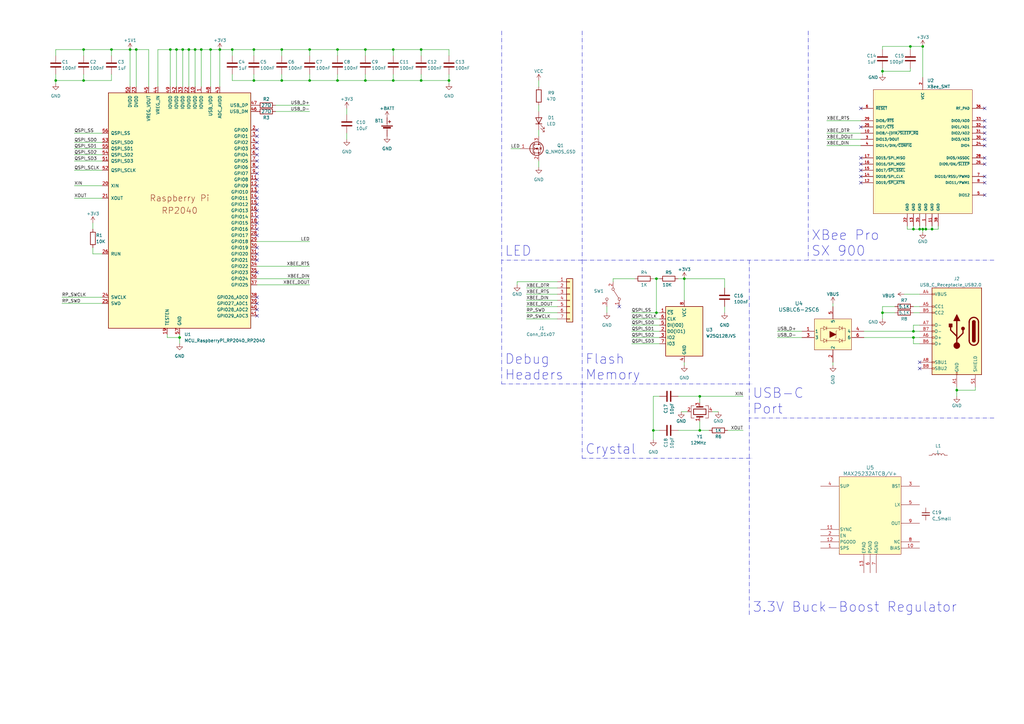
<source format=kicad_sch>
(kicad_sch (version 20230121) (generator eeschema)
  (paper "A3")
  (lib_symbols
    (symbol "BITSv5:MAX25232ATCB_V+" (pin_names (offset 0.254))
      (property "Reference" "U5" (at 20.32 8.89 0))
      (property "Value" "MAX25232ATCB/V+" (at 20.32 6.35 0))
      (symbol "MAX25232ATCB_V+_0_1"
        (pin unspecified line (at 0 -24.13 0) (length 7.62) (name "SPS") (number "1"))
        (pin unspecified line (at 40.64 -24.13 180) (length 7.62) (name "BIAS") (number "10"))
        (pin input line (at 0 -16.51 0) (length 7.62) (name "SYNC") (number "11"))
        (pin output line (at 0 -21.59 0) (length 7.62) (name "PGOOD") (number "12"))
        (pin power_in line (at 17.78 -34.29 90) (length 7.62) (name "EPAD") (number "13"))
        (pin input line (at 0 -19.05 0) (length 7.62) (name "EN") (number "2"))
        (pin unspecified line (at 40.64 1.27 180) (length 7.62) (name "BST") (number "3"))
        (pin input line (at 0 1.27 0) (length 7.62) (name "SUP") (number "4"))
        (pin unspecified line (at 40.64 -6.35 180) (length 7.62) (name "LX") (number "5"))
        (pin power_in line (at 20.32 -34.29 90) (length 7.62) (name "PGND") (number "6"))
        (pin power_in line (at 22.86 -34.29 90) (length 7.62) (name "AGND") (number "7"))
        (pin unspecified line (at 40.64 -21.59 180) (length 7.62) (name "NC") (number "8"))
        (pin output line (at 40.64 -13.97 180) (length 7.62) (name "OUT") (number "9"))
      )
    )
    (symbol "BITSv5:XBP9X-DMUS-001" (pin_names (offset 1.016))
      (property "Reference" "U6" (at 16.51 29.21 0))
      (property "Value" "XBee_SMT" (at 16.51 26.67 0))
      (symbol "XBP9X-DMUS-001_0_0"
        (pin power_in line (at 1.27 -30.48 90) (length 5.08) (name "GND") (number "1"))
        (pin bidirectional line (at -25.4 7.62 0) (length 5.08) (name "DIO8/~{DTR~{/SLEEP_RQ}") (number "10"))
        (pin power_in line (at 3.81 -30.48 90) (length 5.08) (name "GND") (number "11"))
        (pin output line (at -25.4 -12.7 0) (length 5.08) (name "DO19/~{SPI_ATTN}") (number "12"))
        (pin power_in line (at -3.81 -30.48 90) (length 5.08) (name "GND") (number "13"))
        (pin bidirectional line (at -25.4 -10.16 0) (length 5.08) (name "DO18/SPI_CLK") (number "14"))
        (pin bidirectional line (at -25.4 -7.62 0) (length 5.08) (name "DO17/~{SPI_SSEL}") (number "15"))
        (pin bidirectional line (at -25.4 -5.08 0) (length 5.08) (name "DO16/SPI_MOSI") (number "16"))
        (pin output line (at -25.4 -2.54 0) (length 5.08) (name "DO15/SPI_MISO") (number "17"))
        (pin power_in line (at 0 30.48 270) (length 5.08) (name "VCC") (number "2"))
        (pin power_in line (at -6.35 -30.48 90) (length 5.08) (name "GND") (number "22"))
        (pin bidirectional line (at 25.4 2.54 180) (length 5.08) (name "DIO4") (number "24"))
        (pin bidirectional line (at -25.4 10.16 0) (length 5.08) (name "DIO7/~{CTS}") (number "25"))
        (pin bidirectional line (at 25.4 -5.08 180) (length 5.08) (name "DIO9/ON/~{SLEEP}") (number "26"))
        (pin bidirectional line (at 25.4 -2.54 180) (length 5.08) (name "DIO5/ASSOC") (number "28"))
        (pin bidirectional line (at -25.4 12.7 0) (length 5.08) (name "DIO6/~{RTS}") (number "29"))
        (pin bidirectional line (at -25.4 5.08 0) (length 5.08) (name "DIO13/DOUT") (number "3"))
        (pin bidirectional line (at 25.4 5.08 180) (length 5.08) (name "DIO3/AD3") (number "30"))
        (pin bidirectional line (at 25.4 7.62 180) (length 5.08) (name "DIO2/AD2") (number "31"))
        (pin bidirectional line (at 25.4 10.16 180) (length 5.08) (name "DIO1/AD1") (number "32"))
        (pin bidirectional line (at 25.4 12.7 180) (length 5.08) (name "DIO0/AD0") (number "33"))
        (pin power_in line (at -1.27 -30.48 90) (length 5.08) (name "GND") (number "35"))
        (pin bidirectional line (at 25.4 17.78 180) (length 5.08) (name "RF_PAD") (number "36"))
        (pin power_in line (at 6.35 -30.48 90) (length 5.08) (name "GND") (number "38"))
        (pin bidirectional line (at -25.4 2.54 0) (length 5.08) (name "DIO14/DIN/~{CONFIG}") (number "4"))
        (pin bidirectional line (at 25.4 -17.78 180) (length 5.08) (name "DIO12") (number "5"))
        (pin input line (at -25.4 17.78 0) (length 5.08) (name "~{RESET}") (number "6"))
        (pin bidirectional line (at 25.4 -10.16 180) (length 5.08) (name "DIO10/RSSI/PWM0") (number "7"))
        (pin bidirectional line (at 25.4 -12.7 180) (length 5.08) (name "DIO11/PWM1") (number "8"))
      )
    )
    (symbol "Connector:USB_C_Receptacle_USB2.0" (pin_names (offset 1.016))
      (property "Reference" "J" (at -10.16 19.05 0))
      (property "Value" "USB_C_Receptacle_USB2.0" (at 19.05 19.05 0))
      (symbol "USB_C_Receptacle_USB2.0_1_1"
        (pin passive line (at 0 -22.86 90) (length 5.08) (name "GND") (number "A1"))
        (pin passive line (at 0 -22.86 90) (length 5.08) hide (name "GND") (number "A12"))
        (pin passive line (at 15.24 15.24 180) (length 5.08) (name "VBUS") (number "A4"))
        (pin bidirectional line (at 15.24 10.16 180) (length 5.08) (name "CC1") (number "A5"))
        (pin bidirectional line (at 15.24 -2.54 180) (length 5.08) (name "D+") (number "A6"))
        (pin bidirectional line (at 15.24 2.54 180) (length 5.08) (name "D-") (number "A7"))
        (pin bidirectional line (at 15.24 -12.7 180) (length 5.08) (name "SBU1") (number "A8"))
        (pin passive line (at 15.24 15.24 180) (length 5.08) hide (name "VBUS") (number "A9"))
        (pin passive line (at 0 -22.86 90) (length 5.08) hide (name "GND") (number "B1"))
        (pin passive line (at 0 -22.86 90) (length 5.08) hide (name "GND") (number "B12"))
        (pin passive line (at 15.24 15.24 180) (length 5.08) hide (name "VBUS") (number "B4"))
        (pin bidirectional line (at 15.24 7.62 180) (length 5.08) (name "CC2") (number "B5"))
        (pin bidirectional line (at 15.24 -5.08 180) (length 5.08) (name "D+") (number "B6"))
        (pin bidirectional line (at 15.24 0 180) (length 5.08) (name "D-") (number "B7"))
        (pin bidirectional line (at 15.24 -15.24 180) (length 5.08) (name "SBU2") (number "B8"))
        (pin passive line (at 15.24 15.24 180) (length 5.08) hide (name "VBUS") (number "B9"))
        (pin passive line (at -7.62 -22.86 90) (length 5.08) (name "SHIELD") (number "S1"))
      )
    )
    (symbol "Connector_Generic:Conn_01x07" (pin_names (offset 1.016) hide)
      (property "Reference" "J" (at 0 10.16 0))
      (property "Value" "Conn_01x07" (at 0 -10.16 0))
      (symbol "Conn_01x07_1_1"
        (pin passive line (at -5.08 7.62 0) (length 3.81) (name "Pin_1") (number "1"))
        (pin passive line (at -5.08 5.08 0) (length 3.81) (name "Pin_2") (number "2"))
        (pin passive line (at -5.08 2.54 0) (length 3.81) (name "Pin_3") (number "3"))
        (pin passive line (at -5.08 0 0) (length 3.81) (name "Pin_4") (number "4"))
        (pin passive line (at -5.08 -2.54 0) (length 3.81) (name "Pin_5") (number "5"))
        (pin passive line (at -5.08 -5.08 0) (length 3.81) (name "Pin_6") (number "6"))
        (pin passive line (at -5.08 -7.62 0) (length 3.81) (name "Pin_7") (number "7"))
      )
    )
    (symbol "Device:Battery_Cell" (pin_numbers hide) (pin_names (offset 0) hide)
      (property "Reference" "BT" (at 2.54 2.54 0))
      (property "Value" "Battery_Cell" (at 2.54 0 0))
      (symbol "Battery_Cell_1_1"
        (pin passive line (at 0 5.08 270) (length 2.54) (name "+") (number "1"))
        (pin passive line (at 0 -2.54 90) (length 2.54) (name "-") (number "2"))
      )
    )
    (symbol "Device:C" (pin_numbers hide) (pin_names (offset 0.254))
      (property "Reference" "C" (at 0.635 2.54 0))
      (property "Value" "C" (at 0.635 -2.54 0))
      (symbol "C_1_1"
        (pin passive line (at 0 3.81 270) (length 2.794) (name "~") (number "1"))
        (pin passive line (at 0 -3.81 90) (length 2.794) (name "~") (number "2"))
      )
    )
    (symbol "Device:C_Small" (pin_numbers hide) (pin_names (offset 0.254) hide)
      (property "Reference" "C" (at 0.254 1.778 0))
      (property "Value" "C_Small" (at 0.254 -2.032 0))
      (symbol "C_Small_1_1"
        (pin passive line (at 0 2.54 270) (length 2.032) (name "~") (number "1"))
        (pin passive line (at 0 -2.54 90) (length 2.032) (name "~") (number "2"))
      )
    )
    (symbol "Device:Crystal_GND24" (pin_names (offset 1.016) hide)
      (property "Reference" "Y" (at 3.175 5.08 0))
      (property "Value" "Crystal_GND24" (at 3.175 3.175 0))
      (symbol "Crystal_GND24_1_1"
        (pin passive line (at -3.81 0 0) (length 1.27) (name "1") (number "1"))
        (pin passive line (at 0 5.08 270) (length 1.27) (name "2") (number "2"))
        (pin passive line (at 3.81 0 180) (length 1.27) (name "3") (number "3"))
        (pin passive line (at 0 -5.08 90) (length 1.27) (name "4") (number "4"))
      )
    )
    (symbol "Device:L" (pin_numbers hide) (pin_names (offset 1.016) hide)
      (property "Reference" "L" (at -1.27 0 90))
      (property "Value" "L" (at 1.905 0 90))
      (symbol "L_1_1"
        (pin passive line (at 0 3.81 270) (length 1.27) (name "1") (number "1"))
        (pin passive line (at 0 -3.81 90) (length 1.27) (name "2") (number "2"))
      )
    )
    (symbol "Device:LED" (pin_numbers hide) (pin_names (offset 1.016) hide)
      (property "Reference" "D" (at 0 2.54 0))
      (property "Value" "LED" (at 0 -2.54 0))
      (symbol "LED_1_1"
        (pin passive line (at -3.81 0 0) (length 2.54) (name "K") (number "1"))
        (pin passive line (at 3.81 0 180) (length 2.54) (name "A") (number "2"))
      )
    )
    (symbol "Device:Q_NMOS_GSD" (pin_names (offset 0) hide)
      (property "Reference" "Q" (at 5.08 1.27 0))
      (property "Value" "Q_NMOS_GSD" (at 5.08 -1.27 0))
      (symbol "Q_NMOS_GSD_1_1"
        (pin input line (at -5.08 0 0) (length 2.54) (name "G") (number "1"))
        (pin passive line (at 2.54 -5.08 90) (length 2.54) (name "S") (number "2"))
        (pin passive line (at 2.54 5.08 270) (length 2.54) (name "D") (number "3"))
      )
    )
    (symbol "Device:R" (pin_numbers hide) (pin_names (offset 0))
      (property "Reference" "R" (at 2.032 0 90))
      (property "Value" "R" (at 0 0 90))
      (symbol "R_1_1"
        (pin passive line (at 0 3.81 270) (length 1.27) (name "~") (number "1"))
        (pin passive line (at 0 -3.81 90) (length 1.27) (name "~") (number "2"))
      )
    )
    (symbol "Memory_Flash:W25Q128JVS"
      (property "Reference" "U" (at -8.89 8.89 0))
      (property "Value" "W25Q128JVS" (at 7.62 8.89 0))
      (symbol "W25Q128JVS_1_1"
        (pin input line (at -10.16 7.62 0) (length 2.54) (name "~{CS}") (number "1"))
        (pin bidirectional line (at -10.16 0 0) (length 2.54) (name "DO(IO1)") (number "2"))
        (pin bidirectional line (at -10.16 -2.54 0) (length 2.54) (name "IO2") (number "3"))
        (pin power_in line (at 0 -12.7 90) (length 2.54) (name "GND") (number "4"))
        (pin bidirectional line (at -10.16 2.54 0) (length 2.54) (name "DI(IO0)") (number "5"))
        (pin input line (at -10.16 5.08 0) (length 2.54) (name "CLK") (number "6"))
        (pin bidirectional line (at -10.16 -5.08 0) (length 2.54) (name "IO3") (number "7"))
        (pin power_in line (at 0 12.7 270) (length 2.54) (name "VCC") (number "8"))
      )
    )
    (symbol "RP2040_minimal-cache:MCU_RaspberryPi_RP2040_RP2040" (pin_names (offset 1.016))
      (property "Reference" "U1" (at 1.9559 -50.8 0))
      (property "Value" "MCU_RaspberryPi_RP2040_RP2040" (at 1.9559 -53.34 0))
      (symbol "MCU_RaspberryPi_RP2040_RP2040_0_0"
        (text "Raspberry Pi" (at 0 5.08 0) (effects (font (size 2.54 2.54))))
        (text "RP2040" (at 0 0 0) (effects (font (size 2.54 2.54))))
      )
      (symbol "MCU_RaspberryPi_RP2040_RP2040_1_1"
        (pin power_in line (at 8.89 50.8 270) (length 2.54) (name "IOVDD") (number "1"))
        (pin power_in line (at 6.35 50.8 270) (length 2.54) (name "IOVDD") (number "10"))
        (pin bidirectional line (at 31.75 12.7 180) (length 2.54) (name "GPIO8") (number "11"))
        (pin bidirectional line (at 31.75 10.16 180) (length 2.54) (name "GPIO9") (number "12"))
        (pin bidirectional line (at 31.75 7.62 180) (length 2.54) (name "GPIO10") (number "13"))
        (pin bidirectional line (at 31.75 5.08 180) (length 2.54) (name "GPIO11") (number "14"))
        (pin bidirectional line (at 31.75 2.54 180) (length 2.54) (name "GPIO12") (number "15"))
        (pin bidirectional line (at 31.75 0 180) (length 2.54) (name "GPIO13") (number "16"))
        (pin bidirectional line (at 31.75 -2.54 180) (length 2.54) (name "GPIO14") (number "17"))
        (pin bidirectional line (at 31.75 -5.08 180) (length 2.54) (name "GPIO15") (number "18"))
        (pin passive line (at -5.08 -50.8 90) (length 2.54) (name "TESTEN") (number "19"))
        (pin bidirectional line (at 31.75 33.02 180) (length 2.54) (name "GPIO0") (number "2"))
        (pin input line (at -31.75 10.16 0) (length 2.54) (name "XIN") (number "20"))
        (pin passive line (at -31.75 5.08 0) (length 2.54) (name "XOUT") (number "21"))
        (pin power_in line (at 3.81 50.8 270) (length 2.54) (name "IOVDD") (number "22"))
        (pin power_in line (at -17.78 50.8 270) (length 2.54) (name "DVDD") (number "23"))
        (pin output line (at -31.75 -35.56 0) (length 2.54) (name "SWCLK") (number "24"))
        (pin bidirectional line (at -31.75 -38.1 0) (length 2.54) (name "SWD") (number "25"))
        (pin input line (at -31.75 -17.78 0) (length 2.54) (name "RUN") (number "26"))
        (pin bidirectional line (at 31.75 -7.62 180) (length 2.54) (name "GPIO16") (number "27"))
        (pin bidirectional line (at 31.75 -10.16 180) (length 2.54) (name "GPIO17") (number "28"))
        (pin bidirectional line (at 31.75 -12.7 180) (length 2.54) (name "GPIO18") (number "29"))
        (pin bidirectional line (at 31.75 30.48 180) (length 2.54) (name "GPIO1") (number "3"))
        (pin bidirectional line (at 31.75 -15.24 180) (length 2.54) (name "GPIO19") (number "30"))
        (pin bidirectional line (at 31.75 -17.78 180) (length 2.54) (name "GPIO20") (number "31"))
        (pin bidirectional line (at 31.75 -20.32 180) (length 2.54) (name "GPIO21") (number "32"))
        (pin power_in line (at 1.27 50.8 270) (length 2.54) (name "IOVDD") (number "33"))
        (pin bidirectional line (at 31.75 -22.86 180) (length 2.54) (name "GPIO22") (number "34"))
        (pin bidirectional line (at 31.75 -25.4 180) (length 2.54) (name "GPIO23") (number "35"))
        (pin bidirectional line (at 31.75 -27.94 180) (length 2.54) (name "GPIO24") (number "36"))
        (pin bidirectional line (at 31.75 -30.48 180) (length 2.54) (name "GPIO25") (number "37"))
        (pin bidirectional line (at 31.75 -35.56 180) (length 2.54) (name "GPIO26_ADC0") (number "38"))
        (pin bidirectional line (at 31.75 -38.1 180) (length 2.54) (name "GPIO27_ADC1") (number "39"))
        (pin bidirectional line (at 31.75 27.94 180) (length 2.54) (name "GPIO2") (number "4"))
        (pin bidirectional line (at 31.75 -40.64 180) (length 2.54) (name "GPIO28_ADC2") (number "40"))
        (pin bidirectional line (at 31.75 -43.18 180) (length 2.54) (name "GPIO29_ADC3") (number "41"))
        (pin power_in line (at -1.27 50.8 270) (length 2.54) (name "IOVDD") (number "42"))
        (pin power_in line (at 16.51 50.8 270) (length 2.54) (name "ADC_AVDD") (number "43"))
        (pin power_in line (at -8.89 50.8 270) (length 2.54) (name "VREG_IN") (number "44"))
        (pin power_out line (at -12.7 50.8 270) (length 2.54) (name "VREG_VOUT") (number "45"))
        (pin bidirectional line (at 31.75 40.64 180) (length 2.54) (name "USB_DM") (number "46"))
        (pin bidirectional line (at 31.75 43.18 180) (length 2.54) (name "USB_DP") (number "47"))
        (pin power_in line (at 12.7 50.8 270) (length 2.54) (name "USB_VDD") (number "48"))
        (pin power_in line (at -3.81 50.8 270) (length 2.54) (name "IOVDD") (number "49"))
        (pin bidirectional line (at 31.75 25.4 180) (length 2.54) (name "GPIO3") (number "5"))
        (pin power_in line (at -20.32 50.8 270) (length 2.54) (name "DVDD") (number "50"))
        (pin bidirectional line (at -31.75 20.32 0) (length 2.54) (name "QSPI_SD3") (number "51"))
        (pin output line (at -31.75 16.51 0) (length 2.54) (name "QSPI_SCLK") (number "52"))
        (pin bidirectional line (at -31.75 27.94 0) (length 2.54) (name "QSPI_SD0") (number "53"))
        (pin bidirectional line (at -31.75 22.86 0) (length 2.54) (name "QSPI_SD2") (number "54"))
        (pin bidirectional line (at -31.75 25.4 0) (length 2.54) (name "QSPI_SD1") (number "55"))
        (pin bidirectional line (at -31.75 31.75 0) (length 2.54) (name "QSPI_SS") (number "56"))
        (pin power_in line (at 0 -50.8 90) (length 2.54) (name "GND") (number "57"))
        (pin bidirectional line (at 31.75 22.86 180) (length 2.54) (name "GPIO4") (number "6"))
        (pin bidirectional line (at 31.75 20.32 180) (length 2.54) (name "GPIO5") (number "7"))
        (pin bidirectional line (at 31.75 17.78 180) (length 2.54) (name "GPIO6") (number "8"))
        (pin bidirectional line (at 31.75 15.24 180) (length 2.54) (name "GPIO7") (number "9"))
      )
    )
    (symbol "Switch:SW_SPDT" (pin_names (offset 0) hide)
      (property "Reference" "SW" (at 0 4.318 0))
      (property "Value" "SW_SPDT" (at 0 -5.08 0))
      (symbol "SW_SPDT_1_1"
        (pin passive line (at 5.08 2.54 180) (length 2.54) (name "A") (number "1"))
        (pin passive line (at -5.08 0 0) (length 2.54) (name "B") (number "2"))
        (pin passive line (at 5.08 -2.54 180) (length 2.54) (name "C") (number "3"))
      )
    )
    (symbol "USBLC6-2SC6:USBLC6-2SC6" (pin_names (offset 0.254))
      (property "Reference" "U10" (at 3.81 7.62 0))
      (property "Value" "USBLC6-2SC6" (at 3.81 5.08 0))
      (symbol "USBLC6-2SC6_1_1"
        (pin unspecified line (at 5.08 -3.81 0) (length 5.08) (name "1") (number "1"))
        (pin unspecified line (at 17.78 -16.51 90) (length 5.08) (name "2") (number "2"))
        (pin unspecified line (at 5.08 -6.35 0) (length 5.08) (name "3") (number "3"))
        (pin unspecified line (at 30.48 -3.81 180) (length 5.08) (name "4") (number "4"))
        (pin unspecified line (at 17.78 6.35 270) (length 5.08) (name "5") (number "5"))
        (pin unspecified line (at 30.48 -6.35 180) (length 5.08) (name "6") (number "6"))
      )
    )
    (symbol "power:+1V1" (power) (pin_names (offset 0))
      (property "Value" "+1V1" (at 0 3.556 0))
      (symbol "+1V1_1_1"
        (pin power_in line (at 0 0 90) (length 0) hide (name "+1V1") (number "1"))
      )
    )
    (symbol "power:+3V3" (power) (pin_names (offset 0))
      (property "Value" "+3V3" (at 0 3.556 0))
      (symbol "+3V3_1_1"
        (pin power_in line (at 0 0 90) (length 0) hide (name "+3V3") (number "1"))
      )
    )
    (symbol "power:+BATT" (power) (pin_names (offset 0))
      (property "Value" "+BATT" (at 0 3.556 0))
      (symbol "+BATT_1_1"
        (pin power_in line (at 0 0 90) (length 0) hide (name "+BATT") (number "1"))
      )
    )
    (symbol "power:GND" (power) (pin_names (offset 0))
      (property "Value" "GND" (at 0 -3.81 0))
      (symbol "GND_1_1"
        (pin power_in line (at 0 0 270) (length 0) hide (name "GND") (number "1"))
      )
    )
    (symbol "power:VBUS" (power) (pin_names (offset 0))
      (property "Value" "VBUS" (at 0 3.81 0))
      (symbol "VBUS_1_1"
        (pin power_in line (at 0 0 90) (length 0) hide (name "VBUS") (number "1"))
      )
    )
    (symbol "power:VCC" (power) (pin_names (offset 0))
      (property "Value" "VCC" (at 0 3.81 0))
      (symbol "VCC_1_1"
        (pin power_in line (at 0 0 90) (length 0) hide (name "VCC") (number "1"))
      )
    )
  )
  (junction (at 379.73 93.98))
  (junction (at 184.15 33.02))
  (junction (at 280.67 114.3))
  (junction (at 55.88 20.32))
  (junction (at 373.38 19.05))
  (junction (at 374.65 135.89))
  (junction (at 45.72 20.32))
  (junction (at 374.65 93.98))
  (junction (at 138.43 33.02))
  (junction (at 149.86 20.32))
  (junction (at 161.29 33.02))
  (junction (at 127 33.02))
  (junction (at 72.39 20.32))
  (junction (at 90.17 20.32))
  (junction (at 287.02 176.53))
  (junction (at 127 20.32))
  (junction (at 378.46 19.05))
  (junction (at 172.72 20.32))
  (junction (at 392.43 160.02))
  (junction (at 104.14 20.32))
  (junction (at 361.95 29.21))
  (junction (at 104.14 33.02))
  (junction (at 172.72 33.02))
  (junction (at 74.93 20.32))
  (junction (at 95.25 20.32))
  (junction (at 69.85 20.32))
  (junction (at 287.02 162.56))
  (junction (at 361.95 128.27))
  (junction (at 138.43 20.32))
  (junction (at 269.24 128.27))
  (junction (at 115.57 20.32))
  (junction (at 80.01 20.32))
  (junction (at 22.86 33.02))
  (junction (at 161.29 20.32))
  (junction (at 34.29 33.02))
  (junction (at 82.55 20.32))
  (junction (at 77.47 20.32))
  (junction (at 34.29 20.32))
  (junction (at 378.46 93.98))
  (junction (at 267.97 176.53))
  (junction (at 382.27 93.98))
  (junction (at 374.65 138.43))
  (junction (at 149.86 33.02))
  (junction (at 115.57 33.02))
  (junction (at 86.36 20.32))
  (junction (at 53.34 20.32))
  (junction (at 377.19 93.98))
  (junction (at 269.24 114.3))
  (junction (at 73.66 138.43))
  (no_connect (at 105.41 124.46))
  (no_connect (at 377.19 148.59))
  (no_connect (at 254 125.73))
  (no_connect (at 105.41 127))
  (no_connect (at 105.41 101.6))
  (no_connect (at 105.41 104.14))
  (no_connect (at 353.06 69.85))
  (no_connect (at 403.86 52.07))
  (no_connect (at 105.41 73.66))
  (no_connect (at 105.41 121.92))
  (no_connect (at 377.19 151.13))
  (no_connect (at 403.86 54.61))
  (no_connect (at 105.41 91.44))
  (no_connect (at 353.06 74.93))
  (no_connect (at 353.06 52.07))
  (no_connect (at 353.06 72.39))
  (no_connect (at 105.41 71.12))
  (no_connect (at 105.41 66.04))
  (no_connect (at 403.86 74.93))
  (no_connect (at 403.86 80.01))
  (no_connect (at 403.86 49.53))
  (no_connect (at 105.41 60.96))
  (no_connect (at 105.41 111.76))
  (no_connect (at 403.86 59.69))
  (no_connect (at 403.86 57.15))
  (no_connect (at 105.41 129.54))
  (no_connect (at 353.06 44.45))
  (no_connect (at 105.41 96.52))
  (no_connect (at 105.41 68.58))
  (no_connect (at 403.86 64.77))
  (no_connect (at 353.06 64.77))
  (no_connect (at 105.41 106.68))
  (no_connect (at 353.06 67.31))
  (no_connect (at 105.41 93.98))
  (no_connect (at 105.41 53.34))
  (no_connect (at 105.41 81.28))
  (no_connect (at 403.86 72.39))
  (no_connect (at 105.41 63.5))
  (no_connect (at 105.41 83.82))
  (no_connect (at 105.41 78.74))
  (no_connect (at 105.41 88.9))
  (no_connect (at 105.41 86.36))
  (no_connect (at 105.41 76.2))
  (no_connect (at 105.41 58.42))
  (no_connect (at 403.86 44.45))
  (no_connect (at 403.86 67.31))
  (no_connect (at 105.41 55.88))
  (polyline (pts (xy 238.76 106.68) (xy 238.76 157.48)) (stroke (width 0) (type dash_dot)))
  (wire (pts (xy 215.9 130.81) (xy 228.6 130.81)))
  (wire (pts (xy 105.41 116.84) (xy 127 116.84)))
  (polyline (pts (xy 238.76 12.7) (xy 238.76 106.68)) (stroke (width 0) (type dash_dot)))
  (wire (pts (xy 382.27 92.71) (xy 382.27 93.98)))
  (wire (pts (xy 22.86 33.02) (xy 22.86 34.29)))
  (polyline (pts (xy 407.67 106.68) (xy 331.47 106.68)) (stroke (width 0) (type dash_dot)))
  (wire (pts (xy 269.24 114.3) (xy 269.24 128.27)))
  (wire (pts (xy 287.02 165.1) (xy 287.02 162.56)))
  (wire (pts (xy 339.09 57.15) (xy 353.06 57.15)))
  (wire (pts (xy 373.38 19.05) (xy 373.38 20.32)))
  (wire (pts (xy 104.14 30.48) (xy 104.14 33.02)))
  (wire (pts (xy 25.4 121.92) (xy 41.91 121.92)))
  (wire (pts (xy 374.65 133.35) (xy 374.65 135.89)))
  (wire (pts (xy 287.02 176.53) (xy 290.83 176.53)))
  (wire (pts (xy 80.01 20.32) (xy 82.55 20.32)))
  (wire (pts (xy 149.86 20.32) (xy 161.29 20.32)))
  (wire (pts (xy 30.48 76.2) (xy 41.91 76.2)))
  (wire (pts (xy 259.08 135.89) (xy 270.51 135.89)))
  (wire (pts (xy 38.1 104.14) (xy 41.91 104.14)))
  (wire (pts (xy 161.29 20.32) (xy 161.29 22.86)))
  (wire (pts (xy 22.86 22.86) (xy 22.86 20.32)))
  (wire (pts (xy 53.34 20.32) (xy 53.34 35.56)))
  (wire (pts (xy 82.55 20.32) (xy 86.36 20.32)))
  (polyline (pts (xy 205.74 106.68) (xy 205.74 157.48)) (stroke (width 0) (type dash_dot)))
  (wire (pts (xy 259.08 130.81) (xy 270.51 130.81)))
  (wire (pts (xy 384.81 93.98) (xy 382.27 93.98)))
  (wire (pts (xy 64.77 35.56) (xy 64.77 20.32)))
  (wire (pts (xy 215.9 125.73) (xy 228.6 125.73)))
  (wire (pts (xy 372.11 93.98) (xy 372.11 92.71)))
  (wire (pts (xy 377.19 125.73) (xy 374.65 125.73)))
  (wire (pts (xy 278.13 162.56) (xy 287.02 162.56)))
  (wire (pts (xy 374.65 135.89) (xy 377.19 135.89)))
  (wire (pts (xy 339.09 54.61) (xy 353.06 54.61)))
  (wire (pts (xy 280.67 114.3) (xy 297.18 114.3)))
  (wire (pts (xy 377.19 93.98) (xy 374.65 93.98)))
  (wire (pts (xy 60.96 35.56) (xy 60.96 20.32)))
  (wire (pts (xy 270.51 176.53) (xy 267.97 176.53)))
  (wire (pts (xy 161.29 30.48) (xy 161.29 33.02)))
  (wire (pts (xy 34.29 30.48) (xy 34.29 33.02)))
  (wire (pts (xy 384.81 92.71) (xy 384.81 93.98)))
  (wire (pts (xy 339.09 49.53) (xy 353.06 49.53)))
  (wire (pts (xy 378.46 19.05) (xy 378.46 31.75)))
  (polyline (pts (xy 238.76 187.96) (xy 308.61 187.96)) (stroke (width 0) (type dash_dot)))
  (wire (pts (xy 172.72 22.86) (xy 172.72 20.32)))
  (wire (pts (xy 22.86 20.32) (xy 34.29 20.32)))
  (wire (pts (xy 378.46 95.25) (xy 378.46 93.98)))
  (polyline (pts (xy 331.47 106.68) (xy 238.76 106.68)) (stroke (width 0) (type dash_dot)))
  (wire (pts (xy 45.72 20.32) (xy 53.34 20.32)))
  (wire (pts (xy 374.65 140.97) (xy 374.65 138.43)))
  (wire (pts (xy 138.43 20.32) (xy 149.86 20.32)))
  (wire (pts (xy 30.48 58.42) (xy 41.91 58.42)))
  (wire (pts (xy 378.46 19.05) (xy 373.38 19.05)))
  (wire (pts (xy 172.72 33.02) (xy 184.15 33.02)))
  (wire (pts (xy 64.77 20.32) (xy 69.85 20.32)))
  (wire (pts (xy 377.19 92.71) (xy 377.19 93.98)))
  (wire (pts (xy 259.08 138.43) (xy 270.51 138.43)))
  (wire (pts (xy 215.9 128.27) (xy 228.6 128.27)))
  (wire (pts (xy 115.57 33.02) (xy 127 33.02)))
  (wire (pts (xy 95.25 20.32) (xy 104.14 20.32)))
  (wire (pts (xy 30.48 66.04) (xy 41.91 66.04)))
  (wire (pts (xy 95.25 30.48) (xy 95.25 33.02)))
  (wire (pts (xy 34.29 33.02) (xy 45.72 33.02)))
  (wire (pts (xy 374.65 93.98) (xy 372.11 93.98)))
  (wire (pts (xy 172.72 30.48) (xy 172.72 33.02)))
  (wire (pts (xy 82.55 35.56) (xy 82.55 20.32)))
  (wire (pts (xy 69.85 20.32) (xy 69.85 35.56)))
  (wire (pts (xy 72.39 20.32) (xy 72.39 35.56)))
  (wire (pts (xy 142.24 54.61) (xy 142.24 57.15)))
  (wire (pts (xy 213.36 60.96) (xy 209.55 60.96)))
  (wire (pts (xy 377.19 128.27) (xy 374.65 128.27)))
  (wire (pts (xy 105.41 109.22) (xy 127 109.22)))
  (polyline (pts (xy 238.76 157.48) (xy 308.61 157.48)) (stroke (width 0) (type dash_dot)))
  (wire (pts (xy 373.38 19.05) (xy 361.95 19.05)))
  (wire (pts (xy 127 22.86) (xy 127 20.32)))
  (wire (pts (xy 104.14 20.32) (xy 104.14 22.86)))
  (wire (pts (xy 55.88 20.32) (xy 55.88 35.56)))
  (wire (pts (xy 30.48 63.5) (xy 41.91 63.5)))
  (wire (pts (xy 184.15 30.48) (xy 184.15 33.02)))
  (wire (pts (xy 212.09 116.84) (xy 212.09 115.57)))
  (wire (pts (xy 105.41 114.3) (xy 127 114.3)))
  (wire (pts (xy 45.72 30.48) (xy 45.72 33.02)))
  (wire (pts (xy 127 33.02) (xy 138.43 33.02)))
  (wire (pts (xy 379.73 92.71) (xy 379.73 93.98)))
  (wire (pts (xy 22.86 33.02) (xy 34.29 33.02)))
  (wire (pts (xy 280.67 148.59) (xy 280.67 149.86)))
  (wire (pts (xy 127 30.48) (xy 127 33.02)))
  (wire (pts (xy 297.18 118.11) (xy 297.18 114.3)))
  (wire (pts (xy 68.58 137.16) (xy 68.58 138.43)))
  (wire (pts (xy 74.93 20.32) (xy 77.47 20.32)))
  (wire (pts (xy 297.18 125.73) (xy 297.18 128.27)))
  (wire (pts (xy 287.02 172.72) (xy 287.02 176.53)))
  (wire (pts (xy 267.97 162.56) (xy 270.51 162.56)))
  (wire (pts (xy 270.51 114.3) (xy 269.24 114.3)))
  (wire (pts (xy 90.17 20.32) (xy 95.25 20.32)))
  (wire (pts (xy 138.43 20.32) (xy 138.43 22.86)))
  (wire (pts (xy 30.48 69.85) (xy 41.91 69.85)))
  (wire (pts (xy 138.43 33.02) (xy 149.86 33.02)))
  (wire (pts (xy 215.9 120.65) (xy 228.6 120.65)))
  (wire (pts (xy 212.09 115.57) (xy 228.6 115.57)))
  (wire (pts (xy 378.46 93.98) (xy 377.19 93.98)))
  (wire (pts (xy 138.43 30.48) (xy 138.43 33.02)))
  (wire (pts (xy 184.15 33.02) (xy 184.15 34.29)))
  (wire (pts (xy 373.38 29.21) (xy 361.95 29.21)))
  (wire (pts (xy 149.86 33.02) (xy 161.29 33.02)))
  (wire (pts (xy 73.66 137.16) (xy 73.66 138.43)))
  (wire (pts (xy 361.95 128.27) (xy 361.95 130.81)))
  (wire (pts (xy 287.02 162.56) (xy 304.8 162.56)))
  (wire (pts (xy 30.48 54.61) (xy 41.91 54.61)))
  (wire (pts (xy 248.92 125.73) (xy 248.92 128.27)))
  (wire (pts (xy 104.14 33.02) (xy 115.57 33.02)))
  (wire (pts (xy 379.73 93.98) (xy 378.46 93.98)))
  (wire (pts (xy 55.88 20.32) (xy 53.34 20.32)))
  (wire (pts (xy 251.46 115.57) (xy 251.46 114.3)))
  (wire (pts (xy 34.29 20.32) (xy 45.72 20.32)))
  (wire (pts (xy 74.93 20.32) (xy 74.93 35.56)))
  (wire (pts (xy 149.86 20.32) (xy 149.86 22.86)))
  (polyline (pts (xy 307.34 171.45) (xy 307.34 252.73)) (stroke (width 0) (type dash_dot)))
  (wire (pts (xy 90.17 20.32) (xy 90.17 35.56)))
  (wire (pts (xy 220.98 35.56) (xy 220.98 33.02)))
  (wire (pts (xy 95.25 20.32) (xy 95.25 22.86)))
  (wire (pts (xy 161.29 33.02) (xy 172.72 33.02)))
  (wire (pts (xy 318.77 135.89) (xy 328.93 135.89)))
  (wire (pts (xy 115.57 30.48) (xy 115.57 33.02)))
  (wire (pts (xy 392.43 158.75) (xy 392.43 160.02)))
  (wire (pts (xy 377.19 133.35) (xy 374.65 133.35)))
  (polyline (pts (xy 331.47 12.7) (xy 331.47 106.68)) (stroke (width 0) (type dash_dot)))
  (wire (pts (xy 361.95 19.05) (xy 361.95 20.32)))
  (wire (pts (xy 259.08 128.27) (xy 269.24 128.27)))
  (wire (pts (xy 95.25 33.02) (xy 104.14 33.02)))
  (wire (pts (xy 279.4 168.91) (xy 281.94 168.91)))
  (polyline (pts (xy 407.67 171.45) (xy 307.34 171.45)) (stroke (width 0) (type dash_dot)))
  (wire (pts (xy 278.13 176.53) (xy 287.02 176.53)))
  (wire (pts (xy 318.77 138.43) (xy 328.93 138.43)))
  (wire (pts (xy 392.43 160.02) (xy 392.43 162.56)))
  (wire (pts (xy 115.57 20.32) (xy 127 20.32)))
  (wire (pts (xy 80.01 20.32) (xy 80.01 35.56)))
  (wire (pts (xy 161.29 20.32) (xy 172.72 20.32)))
  (wire (pts (xy 220.98 66.04) (xy 220.98 68.58)))
  (wire (pts (xy 339.09 59.69) (xy 353.06 59.69)))
  (wire (pts (xy 30.48 60.96) (xy 41.91 60.96)))
  (wire (pts (xy 374.65 138.43) (xy 377.19 138.43)))
  (polyline (pts (xy 205.74 12.7) (xy 205.74 106.68)) (stroke (width 0) (type dash_dot)))
  (wire (pts (xy 341.63 148.59) (xy 341.63 149.86)))
  (wire (pts (xy 30.48 81.28) (xy 41.91 81.28)))
  (wire (pts (xy 77.47 20.32) (xy 77.47 35.56)))
  (wire (pts (xy 382.27 93.98) (xy 379.73 93.98)))
  (polyline (pts (xy 307.34 106.68) (xy 307.34 171.45)) (stroke (width 0) (type dash_dot)))
  (wire (pts (xy 34.29 22.86) (xy 34.29 20.32)))
  (wire (pts (xy 267.97 114.3) (xy 269.24 114.3)))
  (wire (pts (xy 400.05 158.75) (xy 400.05 160.02)))
  (wire (pts (xy 215.9 123.19) (xy 228.6 123.19)))
  (wire (pts (xy 215.9 118.11) (xy 228.6 118.11)))
  (wire (pts (xy 142.24 44.45) (xy 142.24 46.99)))
  (wire (pts (xy 86.36 20.32) (xy 90.17 20.32)))
  (wire (pts (xy 298.45 176.53) (xy 304.8 176.53)))
  (wire (pts (xy 267.97 176.53) (xy 267.97 180.34)))
  (polyline (pts (xy 205.74 157.48) (xy 238.76 157.48)) (stroke (width 0) (type dash_dot)))
  (wire (pts (xy 115.57 22.86) (xy 115.57 20.32)))
  (polyline (pts (xy 238.76 157.48) (xy 238.76 187.96)) (stroke (width 0) (type dash_dot)))
  (polyline (pts (xy 238.76 106.68) (xy 205.74 106.68)) (stroke (width 0) (type dash_dot)))
  (wire (pts (xy 367.03 125.73) (xy 361.95 125.73)))
  (wire (pts (xy 105.41 99.06) (xy 127 99.06)))
  (wire (pts (xy 25.4 124.46) (xy 41.91 124.46)))
  (wire (pts (xy 341.63 124.46) (xy 341.63 125.73)))
  (wire (pts (xy 259.08 133.35) (xy 270.51 133.35)))
  (wire (pts (xy 72.39 20.32) (xy 74.93 20.32)))
  (wire (pts (xy 38.1 91.44) (xy 38.1 93.98)))
  (wire (pts (xy 38.1 101.6) (xy 38.1 104.14)))
  (wire (pts (xy 113.03 45.72) (xy 127 45.72)))
  (wire (pts (xy 149.86 30.48) (xy 149.86 33.02)))
  (wire (pts (xy 184.15 20.32) (xy 172.72 20.32)))
  (wire (pts (xy 367.03 128.27) (xy 361.95 128.27)))
  (wire (pts (xy 68.58 138.43) (xy 73.66 138.43)))
  (wire (pts (xy 354.33 135.89) (xy 374.65 135.89)))
  (wire (pts (xy 361.95 27.94) (xy 361.95 29.21)))
  (wire (pts (xy 113.03 43.18) (xy 127 43.18)))
  (wire (pts (xy 374.65 92.71) (xy 374.65 93.98)))
  (wire (pts (xy 267.97 162.56) (xy 267.97 176.53)))
  (wire (pts (xy 377.19 140.97) (xy 374.65 140.97)))
  (wire (pts (xy 361.95 29.21) (xy 361.95 30.48)))
  (wire (pts (xy 220.98 43.18) (xy 220.98 45.72)))
  (wire (pts (xy 45.72 20.32) (xy 45.72 22.86)))
  (wire (pts (xy 22.86 30.48) (xy 22.86 33.02)))
  (wire (pts (xy 73.66 138.43) (xy 73.66 140.97)))
  (wire (pts (xy 69.85 20.32) (xy 72.39 20.32)))
  (wire (pts (xy 86.36 20.32) (xy 86.36 35.56)))
  (wire (pts (xy 377.19 120.65) (xy 370.84 120.65)))
  (wire (pts (xy 354.33 138.43) (xy 374.65 138.43)))
  (wire (pts (xy 60.96 20.32) (xy 55.88 20.32)))
  (wire (pts (xy 292.1 168.91) (xy 294.64 168.91)))
  (wire (pts (xy 278.13 114.3) (xy 280.67 114.3)))
  (wire (pts (xy 280.67 114.3) (xy 280.67 123.19)))
  (wire (pts (xy 104.14 20.32) (xy 115.57 20.32)))
  (wire (pts (xy 184.15 22.86) (xy 184.15 20.32)))
  (wire (pts (xy 392.43 160.02) (xy 400.05 160.02)))
  (wire (pts (xy 220.98 53.34) (xy 220.98 55.88)))
  (wire (pts (xy 127 20.32) (xy 138.43 20.32)))
  (wire (pts (xy 269.24 128.27) (xy 270.51 128.27)))
  (wire (pts (xy 259.08 140.97) (xy 270.51 140.97)))
  (wire (pts (xy 361.95 125.73) (xy 361.95 128.27)))
  (wire (pts (xy 77.47 20.32) (xy 80.01 20.32)))
  (wire (pts (xy 251.46 114.3) (xy 260.35 114.3)))
  (wire (pts (xy 373.38 27.94) (xy 373.38 29.21)))
  (text "3.3V Buck-Boost Regulator" (at 308.61 251.46 0) (effects (font (size 4 4)) (justify left bottom)))
  (text "Flash\nMemory" (at 240.03 156.21 0) (effects (font (size 4 4)) (justify left bottom)))
  (text "Debug\nHeaders" (at 207.01 156.21 0) (effects (font (size 4 4)) (justify left bottom)))
  (text "USB-C\nPort" (at 308.61 170.18 0) (effects (font (size 4 4)) (justify left bottom)))
  (text "LED" (at 207.01 105.41 0) (effects (font (size 4 4)) (justify left bottom)))
  (text "XBee Pro\nSX 900" (at 332.74 105.41 0) (effects (font (size 4 4)) (justify left bottom)))
  (text "Crystal" (at 240.03 186.69 0) (effects (font (size 4 4)) (justify left bottom)))
  (label "QSPI_SD1" (at 30.48 60.96 0))
  (label "QSPI_SD3" (at 30.48 66.04 0))
  (label "XOUT" (at 304.8 176.53 180))
  (label "LED" (at 127 99.06 180))
  (label "XBEE_DIN" (at 339.09 59.69 0))
  (label "XBEE_DOUT" (at 215.9 125.73 0))
  (label "XBEE_DOUT" (at 339.09 57.15 0))
  (label "XBEE_RTS" (at 339.09 49.53 0))
  (label "QSPI_SD1" (at 259.08 135.89 0))
  (label "XOUT" (at 30.48 81.28 0))
  (label "QSPI_SS" (at 259.08 128.27 0))
  (label "QSPI_SD2" (at 259.08 138.43 0))
  (label "QSPI_SD0" (at 259.08 133.35 0))
  (label "XBEE_DIN" (at 127 114.3 180))
  (label "XBEE_DOUT" (at 127 116.84 180))
  (label "XBEE_DTR" (at 215.9 118.11 0))
  (label "RP_SWD" (at 25.4 124.46 0))
  (label "RP_SWCLK" (at 215.9 130.81 0))
  (label "QSPI_SD3" (at 259.08 140.97 0))
  (label "USB_D-" (at 318.77 138.43 0))
  (label "QSPI_SD0" (at 30.48 58.42 0))
  (label "QSPI_SS" (at 30.48 54.61 0))
  (label "XBEE_RTS" (at 215.9 120.65 0))
  (label "XBEE_RTS" (at 127 109.22 180))
  (label "LED" (at 209.55 60.96 0))
  (label "USB_D+" (at 318.77 135.89 0))
  (label "RP_SWD" (at 215.9 128.27 0))
  (label "XBEE_DIN" (at 215.9 123.19 0))
  (label "QSPI_SD2" (at 30.48 63.5 0))
  (label "XIN" (at 30.48 76.2 0))
  (label "USB_D-" (at 127 45.72 180))
  (label "XBEE_DTR" (at 339.09 54.61 0))
  (label "QSPI_SCLK" (at 259.08 130.81 0))
  (label "RP_SWCLK" (at 25.4 121.92 0))
  (label "XIN" (at 304.8 162.56 180))
  (label "QSPI_SCLK" (at 30.48 69.85 0))
  (label "USB_D+" (at 127 43.18 180))
  (symbol (lib_id "Device:C_Small") (at 379.73 210.82 0) (unit 1)
    (property "Reference" "C19" (at 382.27 210.1913 0) (effects (justify left)))
    (property "Value" "C_Small" (at 382.27 212.7313 0) (effects (justify left)))
  )
  (symbol (lib_id "Device:C") (at 138.43 26.67 0) (unit 1)
    (property "Reference" "C8" (at 140.97 25.4 0) (effects (justify left)))
    (property "Value" "100nF" (at 140.97 27.94 0) (effects (justify left)))
    (property "Footprint" "Capacitor_SMD:C_0402_1005Metric_Pad0.74x0.62mm_HandSolder" (effects hide))
  )
  (symbol (lib_id "power:GND") (at 280.67 149.86 0) (unit 1)
    (property "Reference" "#PWR017" (effects hide))
    (property "Value" "GND" (at 280.67 154.94 0))
  )
  (symbol (lib_id "Device:C") (at 142.24 50.8 0) (unit 1)
    (property "Reference" "C10" (at 146.05 50.165 0) (effects (justify left)))
    (property "Value" "10uF" (at 146.05 52.705 0) (effects (justify left)))
    (property "Footprint" "Capacitor_SMD:C_0603_1608Metric_Pad1.08x0.95mm_HandSolder" (effects hide))
  )
  (symbol (lib_id "Device:C") (at 149.86 26.67 0) (unit 1)
    (property "Reference" "C9" (at 152.4 25.4 0) (effects (justify left)))
    (property "Value" "100nF" (at 152.4 27.94 0) (effects (justify left)))
    (property "Footprint" "Capacitor_SMD:C_0402_1005Metric_Pad0.74x0.62mm_HandSolder" (effects hide))
  )
  (symbol (lib_id "power:GND") (at 220.98 68.58 0) (unit 1)
    (property "Reference" "#PWR029" (effects hide))
    (property "Value" "GND" (at 220.98 73.66 0))
  )
  (symbol (lib_id "Device:C") (at 45.72 26.67 0) (unit 1)
    (property "Reference" "C3" (at 48.26 25.4 0) (effects (justify left)))
    (property "Value" "1uF" (at 48.26 27.94 0) (effects (justify left)))
    (property "Footprint" "Capacitor_SMD:C_0402_1005Metric_Pad0.74x0.62mm_HandSolder" (effects hide))
  )
  (symbol (lib_id "power:+BATT") (at 158.75 48.26 0) (unit 1)
    (property "Reference" "#PWR09" (effects hide))
    (property "Value" "+BATT" (at 158.75 44.45 0))
  )
  (symbol (lib_id "power:GND") (at 142.24 57.15 0) (unit 1)
    (property "Reference" "#PWR08" (effects hide))
    (property "Value" "GND" (at 142.24 62.23 0))
  )
  (symbol (lib_id "Device:LED") (at 220.98 49.53 90) (unit 1)
    (property "Reference" "D1" (at 226.06 48.26 90))
    (property "Value" "LED" (at 226.06 50.8 90))
    (property "Footprint" "LED_SMD:LED_0603_1608Metric" (effects hide))
  )
  (symbol (lib_id "power:+3V3") (at 142.24 44.45 0) (unit 1)
    (property "Reference" "#PWR07" (effects hide))
    (property "Value" "+3V3" (at 142.24 40.64 0))
  )
  (symbol (lib_id "Connector:USB_C_Receptacle_USB2.0") (at 392.43 135.89 0) (mirror y) (unit 1)
    (property "Reference" "J2" (at 392.43 114.3 0))
    (property "Value" "USB_C_Receptacle_USB2.0" (at 389.89 116.84 0))
    (property "Footprint" "Connector_USB:USB_C_Receptacle_GCT_USB4085" (effects hide))
    (property "Datasheet" "https://www.usb.org/sites/default/files/documents/usb_type-c.zip" (effects hide))
  )
  (symbol (lib_id "power:GND") (at 184.15 34.29 0) (unit 1)
    (property "Reference" "#PWR011" (effects hide))
    (property "Value" "GND" (at 184.15 39.37 0))
  )
  (symbol (lib_id "Device:R") (at 370.84 125.73 90) (mirror x) (unit 1)
    (property "Reference" "R7" (at 370.84 123.19 90))
    (property "Value" "5.1K" (at 370.84 125.73 90))
    (property "Footprint" "Resistor_SMD:R_0603_1608Metric_Pad0.98x0.95mm_HandSolder" (effects hide))
  )
  (symbol (lib_id "power:GND") (at 361.95 30.48 0) (unit 1)
    (property "Reference" "#PWR012" (effects hide))
    (property "Value" "GND" (at 358.14 31.75 0))
  )
  (symbol (lib_id "Device:Crystal_GND24") (at 287.02 168.91 90) (unit 1)
    (property "Reference" "Y1" (at 285.75 179.07 90) (effects (justify right)))
    (property "Value" "12MHz" (at 283.21 181.61 90) (effects (justify right)))
    (property "Footprint" "Crystal:Crystal_SMD_2520-4Pin_2.5x2.0mm" (effects hide))
  )
  (symbol (lib_id "Device:R") (at 109.22 45.72 270) (unit 1)
    (property "Reference" "R3" (at 109.22 48.26 90))
    (property "Value" "27Ω" (at 109.22 45.72 90))
    (property "Footprint" "Resistor_SMD:R_0402_1005Metric_Pad0.72x0.64mm_HandSolder" (effects hide))
  )
  (symbol (lib_id "Device:C") (at 115.57 26.67 0) (unit 1)
    (property "Reference" "C6" (at 118.11 25.4 0) (effects (justify left)))
    (property "Value" "100nF" (at 118.11 27.94 0) (effects (justify left)))
    (property "Footprint" "Capacitor_SMD:C_0402_1005Metric_Pad0.74x0.62mm_HandSolder" (effects hide))
  )
  (symbol (lib_id "Connector_Generic:Conn_01x07") (at 233.68 123.19 0) (unit 1)
    (property "Reference" "J1" (at 220.98 134.62 0) (effects (justify left)))
    (property "Value" "Conn_01x07" (at 215.9 137.16 0) (effects (justify left)))
    (property "Footprint" "Connector_PinSocket_2.54mm:PinSocket_1x07_P2.54mm_Vertical" (effects hide))
  )
  (symbol (lib_id "power:GND") (at 279.4 168.91 0) (unit 1)
    (property "Reference" "#PWR021" (effects hide))
    (property "Value" "GND" (at 279.4 172.72 0))
  )
  (symbol (lib_id "Device:R") (at 220.98 39.37 0) (unit 1)
    (property "Reference" "R9" (at 226.06 38.1 0))
    (property "Value" "470" (at 226.06 40.64 0))
    (property "Footprint" "Resistor_SMD:R_0603_1608Metric_Pad0.98x0.95mm_HandSolder" (effects hide))
  )
  (symbol (lib_id "Device:Q_NMOS_GSD") (at 218.44 60.96 0) (unit 1)
    (property "Reference" "Q1" (at 229.87 59.69 0))
    (property "Value" "Q_NMOS_GSD" (at 229.87 62.23 0))
    (property "Footprint" "Package_TO_SOT_SMD:SOT-23-3" (effects hide))
  )
  (symbol (lib_id "Device:C") (at 161.29 26.67 0) (unit 1)
    (property "Reference" "C11" (at 163.83 25.4 0) (effects (justify left)))
    (property "Value" "100nF" (at 163.83 27.94 0) (effects (justify left)))
    (property "Footprint" "Capacitor_SMD:C_0402_1005Metric_Pad0.74x0.62mm_HandSolder" (effects hide))
  )
  (symbol (lib_id "power:GND") (at 297.18 128.27 0) (unit 1)
    (property "Reference" "#PWR018" (effects hide))
    (property "Value" "GND" (at 297.18 133.35 0))
  )
  (symbol (lib_id "Device:C") (at 127 26.67 0) (unit 1)
    (property "Reference" "C7" (at 129.54 25.4 0) (effects (justify left)))
    (property "Value" "100nF" (at 129.54 27.94 0) (effects (justify left)))
    (property "Footprint" "Capacitor_SMD:C_0402_1005Metric_Pad0.74x0.62mm_HandSolder" (effects hide))
  )
  (symbol (lib_id "Device:C") (at 274.32 176.53 90) (unit 1)
    (property "Reference" "C18" (at 273.05 181.61 0))
    (property "Value" "10pF" (at 275.59 181.61 0))
    (property "Footprint" "Capacitor_SMD:C_0603_1608Metric_Pad1.08x0.95mm_HandSolder" (effects hide))
  )
  (symbol (lib_id "power:GND") (at 341.63 149.86 0) (unit 1)
    (property "Reference" "#PWR024" (effects hide))
    (property "Value" "GND" (at 341.63 153.67 90) (effects (justify right)))
  )
  (symbol (lib_id "power:GND") (at 378.46 95.25 0) (unit 1)
    (property "Reference" "#PWR014" (effects hide))
    (property "Value" "GND" (at 378.46 99.06 0))
  )
  (symbol (lib_id "Device:R") (at 264.16 114.3 90) (unit 1)
    (property "Reference" "R4" (at 264.16 111.76 90))
    (property "Value" "1K" (at 264.16 116.84 90))
    (property "Footprint" "Resistor_SMD:R_0603_1608Metric_Pad0.98x0.95mm_HandSolder" (effects hide))
  )
  (symbol (lib_id "power:GND") (at 294.64 168.91 0) (mirror y) (unit 1)
    (property "Reference" "#PWR022" (effects hide))
    (property "Value" "GND" (at 294.64 172.72 0))
  )
  (symbol (lib_id "Device:C") (at 95.25 26.67 0) (unit 1)
    (property "Reference" "C4" (at 97.79 25.4 0) (effects (justify left)))
    (property "Value" "1uF" (at 97.79 27.94 0) (effects (justify left)))
    (property "Footprint" "Capacitor_SMD:C_0402_1005Metric_Pad0.74x0.62mm_HandSolder" (effects hide))
  )
  (symbol (lib_id "power:GND") (at 73.66 140.97 0) (unit 1)
    (property "Reference" "#PWR05" (effects hide))
    (property "Value" "GND" (at 73.66 146.05 0))
  )
  (symbol (lib_id "power:GND") (at 212.09 116.84 0) (unit 1)
    (property "Reference" "#PWR019" (effects hide))
    (property "Value" "GND" (at 212.09 120.65 0))
  )
  (symbol (lib_id "power:GND") (at 248.92 128.27 0) (unit 1)
    (property "Reference" "#PWR015" (effects hide))
    (property "Value" "GND" (at 248.92 133.35 0))
  )
  (symbol (lib_id "Device:C") (at 184.15 26.67 0) (unit 1)
    (property "Reference" "C13" (at 186.69 25.4 0) (effects (justify left)))
    (property "Value" "100nF" (at 186.69 27.94 0) (effects (justify left)))
    (property "Footprint" "Capacitor_SMD:C_0402_1005Metric_Pad0.74x0.62mm_HandSolder" (effects hide))
  )
  (symbol (lib_id "Device:C") (at 172.72 26.67 0) (unit 1)
    (property "Reference" "C12" (at 175.26 25.4 0) (effects (justify left)))
    (property "Value" "100nF" (at 175.26 27.94 0) (effects (justify left)))
    (property "Footprint" "Capacitor_SMD:C_0402_1005Metric_Pad0.74x0.62mm_HandSolder" (effects hide))
  )
  (symbol (lib_id "power:VBUS") (at 341.63 124.46 0) (unit 1)
    (property "Reference" "#PWR023" (effects hide))
    (property "Value" "VBUS" (at 341.63 120.65 0))
  )
  (symbol (lib_id "Device:C") (at 297.18 121.92 0) (unit 1)
    (property "Reference" "C16" (at 300.99 121.285 0) (effects (justify left)))
    (property "Value" "100nF" (at 300.99 123.825 0) (effects (justify left)))
    (property "Footprint" "Capacitor_SMD:C_0603_1608Metric_Pad1.08x0.95mm_HandSolder" (effects hide))
  )
  (symbol (lib_id "power:GND") (at 158.75 55.88 0) (unit 1)
    (property "Reference" "#PWR010" (effects hide))
    (property "Value" "GND" (at 158.75 60.96 0))
  )
  (symbol (lib_id "power:+3V3") (at 38.1 91.44 0) (unit 1)
    (property "Reference" "#PWR03" (effects hide))
    (property "Value" "+3V3" (at 38.1 87.63 0))
  )
  (symbol (lib_id "Device:L") (at 384.81 186.69 90) (unit 1)
    (property "Reference" "L1" (at 384.81 182.88 90))
    (property "Value" "L" (at 384.81 185.42 90))
  )
  (symbol (lib_id "power:VCC") (at 220.98 33.02 0) (unit 1)
    (property "Reference" "#PWR028" (effects hide))
    (property "Value" "VCC" (at 220.98 29.21 0))
  )
  (symbol (lib_id "RP2040_minimal-cache:MCU_RaspberryPi_RP2040_RP2040") (at 73.66 86.36 0) (unit 1)
    (property "Reference" "U1" (at 75.6159 137.16 0) (effects (justify left)))
    (property "Value" "MCU_RaspberryPi_RP2040_RP2040" (at 75.6159 139.7 0) (effects (justify left)))
    (property "Footprint" "BITSv5:RP2040-QFN-56" (effects hide))
  )
  (symbol (lib_id "Device:C") (at 373.38 24.13 0) (mirror y) (unit 1)
    (property "Reference" "C15" (at 370.84 22.86 0) (effects (justify left)))
    (property "Value" "100pF" (at 370.84 25.4 0) (effects (justify left)))
    (property "Footprint" "Capacitor_SMD:C_0603_1608Metric_Pad1.08x0.95mm_HandSolder" (effects hide))
  )
  (symbol (lib_id "Device:C") (at 34.29 26.67 0) (unit 1)
    (property "Reference" "C2" (at 36.83 25.4 0) (effects (justify left)))
    (property "Value" "100nF" (at 36.83 27.94 0) (effects (justify left)))
    (property "Footprint" "Capacitor_SMD:C_0402_1005Metric_Pad0.74x0.62mm_HandSolder" (effects hide))
  )
  (symbol (lib_id "Device:C") (at 22.86 26.67 0) (unit 1)
    (property "Reference" "C1" (at 25.4 25.4 0) (effects (justify left)))
    (property "Value" "100nF" (at 25.4 27.94 0) (effects (justify left)))
    (property "Footprint" "Capacitor_SMD:C_0402_1005Metric_Pad0.74x0.62mm_HandSolder" (effects hide))
  )
  (symbol (lib_id "BITSv5:MAX25232ATCB_V+") (at 336.55 200.66 0) (unit 1)
    (property "Reference" "U5" (at 356.87 191.77 0) (effects (font (size 1.524 1.524))))
    (property "Value" "MAX25232ATCB/V+" (at 356.87 194.31 0) (effects (font (size 1.524 1.524))))
    (property "Footprint" "21-0664_TD12_2C_MXM" (effects hide))
    (property "Datasheet" "MAX25232ATCB/V+" (effects hide))
  )
  (symbol (lib_id "Device:C") (at 361.95 24.13 0) (mirror y) (unit 1)
    (property "Reference" "C14" (at 359.41 22.86 0) (effects (justify left)))
    (property "Value" "1uF" (at 359.41 25.4 0) (effects (justify left)))
    (property "Footprint" "Capacitor_SMD:C_0603_1608Metric_Pad1.08x0.95mm_HandSolder" (effects hide))
  )
  (symbol (lib_id "Memory_Flash:W25Q128JVS") (at 280.67 135.89 0) (unit 1)
    (property "Reference" "U3" (at 289.56 135.255 0) (effects (justify left)))
    (property "Value" "W25Q128JVS" (at 289.56 137.795 0) (effects (justify left)))
    (property "Footprint" "Package_SO:SOIC-8_5.23x5.23mm_P1.27mm" (effects hide))
    (property "Datasheet" "http://www.winbond.com/resource-files/w25q128jv_dtr%20revc%2003272018%20plus.pdf" (effects hide))
  )
  (symbol (lib_id "power:+3V3") (at 280.67 114.3 0) (unit 1)
    (property "Reference" "#PWR016" (effects hide))
    (property "Value" "+3V3" (at 280.67 110.49 0))
  )
  (symbol (lib_id "BITSv5:XBP9X-DMUS-001") (at 378.46 62.23 0) (unit 1)
    (property "Reference" "U2" (at 380.2889 33.02 0) (effects (justify left)))
    (property "Value" "XBee_SMT" (at 380.2889 35.56 0) (effects (justify left)))
    (property "Footprint" "BITSv5:XCVR_XBP9X-DMUS-001" (effects hide))
    (property "Datasheet" "http://www.digi.com/resources/documentation/digidocs/pdfs/90002126.pdf" (effects hide))
    (property "DigiKey_Part_Number" "602-1890-ND" (effects hide))
    (property "MF" "Digi International" (effects hide))
    (property "MAXIMUM_PACKAGE_HEIGHT" "3.556mm" (effects hide))
    (property "Package" "Module Digi International" (effects hide))
    (property "Check_prices" "https://www.snapeda.com/parts/XBP9X-DMUS-001/Digi+International/view-part/?ref=eda" (effects hide))
    (property "STANDARD" "Manufacturer recommendations" (effects hide))
    (property "PARTREV" "K" (effects hide))
    (property "SnapEDA_Link" "https://www.snapeda.com/parts/XBP9X-DMUS-001/Digi+International/view-part/?ref=snap" (effects hide))
    (property "MP" "XBP9X-DMUS-001" (effects hide))
    (property "Purchase-URL" "https://pricing.snapeda.com/search?q=XBP9X-DMUS-001&ref=eda" (effects hide))
    (property "Description" "\nGeneral ISM < 1GHz - Transceiver Module 902MHz ~ 928MHz Antenna Not Included, U.FL Surface Mount\n" (effects hide))
    (property "MANUFACTURER" "Digi" (effects hide))
  )
  (symbol (lib_id "power:GND") (at 267.97 180.34 0) (unit 1)
    (property "Reference" "#PWR020" (effects hide))
    (property "Value" "GND" (at 267.97 185.42 0))
  )
  (symbol (lib_id "Device:R") (at 38.1 97.79 0) (unit 1)
    (property "Reference" "R1" (at 39.37 96.52 0) (effects (justify left)))
    (property "Value" "10K" (at 39.37 99.06 0) (effects (justify left)))
    (property "Footprint" "Resistor_SMD:R_0603_1608Metric_Pad0.98x0.95mm_HandSolder" (effects hide))
  )
  (symbol (lib_id "power:VBUS") (at 370.84 120.65 90) (unit 1)
    (property "Reference" "#PWR026" (effects hide))
    (property "Value" "VBUS" (at 367.03 121.285 90) (effects (justify left)))
  )
  (symbol (lib_id "power:GND") (at 392.43 162.56 0) (mirror y) (unit 1)
    (property "Reference" "#PWR027" (effects hide))
    (property "Value" "GND" (at 392.43 166.37 0))
  )
  (symbol (lib_id "power:+3V3") (at 378.46 19.05 0) (mirror y) (unit 1)
    (property "Reference" "#PWR013" (effects hide))
    (property "Value" "+3V3" (at 378.46 15.24 0))
  )
  (symbol (lib_id "USBLC6-2SC6:USBLC6-2SC6") (at 323.85 132.08 0) (unit 1)
    (property "Reference" "U4" (at 327.66 124.46 0) (effects (font (size 1.524 1.524))))
    (property "Value" "USBLC6-2SC6" (at 327.66 127 0) (effects (font (size 1.524 1.524))))
    (property "Footprint" "BITSv5:SOT23-6L_STM-M" (effects hide))
    (property "Datasheet" "USBLC6-2SC6" (effects hide))
  )
  (symbol (lib_id "power:+1V1") (at 53.34 20.32 0) (unit 1)
    (property "Reference" "#PWR04" (effects hide))
    (property "Value" "+1V1" (at 53.34 16.51 0))
  )
  (symbol (lib_id "Device:R") (at 370.84 128.27 270) (mirror x) (unit 1)
    (property "Reference" "R8" (at 370.84 130.81 90))
    (property "Value" "5.1K" (at 370.84 128.27 90))
    (property "Footprint" "Resistor_SMD:R_0603_1608Metric_Pad0.98x0.95mm_HandSolder" (effects hide))
  )
  (symbol (lib_id "Device:R") (at 274.32 114.3 90) (unit 1)
    (property "Reference" "R5" (at 275.59 111.76 90) (effects (justify left)))
    (property "Value" "10K" (at 275.59 116.84 90) (effects (justify left)))
    (property "Footprint" "Resistor_SMD:R_0603_1608Metric_Pad0.98x0.95mm_HandSolder" (effects hide))
  )
  (symbol (lib_id "Device:C") (at 104.14 26.67 0) (unit 1)
    (property "Reference" "C5" (at 106.68 25.4 0) (effects (justify left)))
    (property "Value" "100nF" (at 106.68 27.94 0) (effects (justify left)))
    (property "Footprint" "Capacitor_SMD:C_0402_1005Metric_Pad0.74x0.62mm_HandSolder" (effects hide))
  )
  (symbol (lib_id "power:GND") (at 361.95 130.81 0) (mirror y) (unit 1)
    (property "Reference" "#PWR025" (effects hide))
    (property "Value" "GND" (at 358.14 132.08 0))
  )
  (symbol (lib_id "Device:Battery_Cell") (at 158.75 53.34 0) (unit 1)
    (property "Reference" "BT1" (at 153.67 49.53 0) (effects (justify left)))
    (property "Value" "1S1P LiPo" (effects hide))
    (property "Footprint" "BITSv5:1042_KEY" (effects hide))
  )
  (symbol (lib_id "Device:R") (at 294.64 176.53 90) (unit 1)
    (property "Reference" "R6" (at 294.64 179.07 90))
    (property "Value" "1K" (at 294.64 176.53 90))
    (property "Footprint" "Resistor_SMD:R_0402_1005Metric_Pad0.72x0.64mm_HandSolder" (effects hide))
  )
  (symbol (lib_id "Device:C") (at 274.32 162.56 90) (unit 1)
    (property "Reference" "C17" (at 273.05 167.64 0))
    (property "Value" "10pF" (at 275.59 167.64 0))
    (property "Footprint" "Capacitor_SMD:C_0603_1608Metric_Pad1.08x0.95mm_HandSolder" (effects hide))
  )
  (symbol (lib_id "Device:R") (at 109.22 43.18 270) (unit 1)
    (property "Reference" "R2" (at 109.22 40.64 90))
    (property "Value" "27Ω" (at 109.22 43.18 90))
    (property "Footprint" "Resistor_SMD:R_0402_1005Metric_Pad0.72x0.64mm_HandSolder" (effects hide))
  )
  (symbol (lib_id "Switch:SW_SPDT") (at 251.46 120.65 270) (unit 1)
    (property "Reference" "SW1" (at 247.65 119.38 90) (effects (justify right)))
    (property "Footprint" "BITSv5:CAS-120TB_NDC-M" (effects hide))
  )
  (symbol (lib_id "power:+3V3") (at 90.17 20.32 0) (unit 1)
    (property "Reference" "#PWR06" (effects hide))
    (property "Value" "+3V3" (at 90.17 16.51 0))
  )
  (symbol (lib_id "power:GND") (at 22.86 34.29 0) (unit 1)
    (property "Reference" "#PWR01" (effects hide))
    (property "Value" "GND" (at 22.86 39.37 0))
  )
)
</source>
